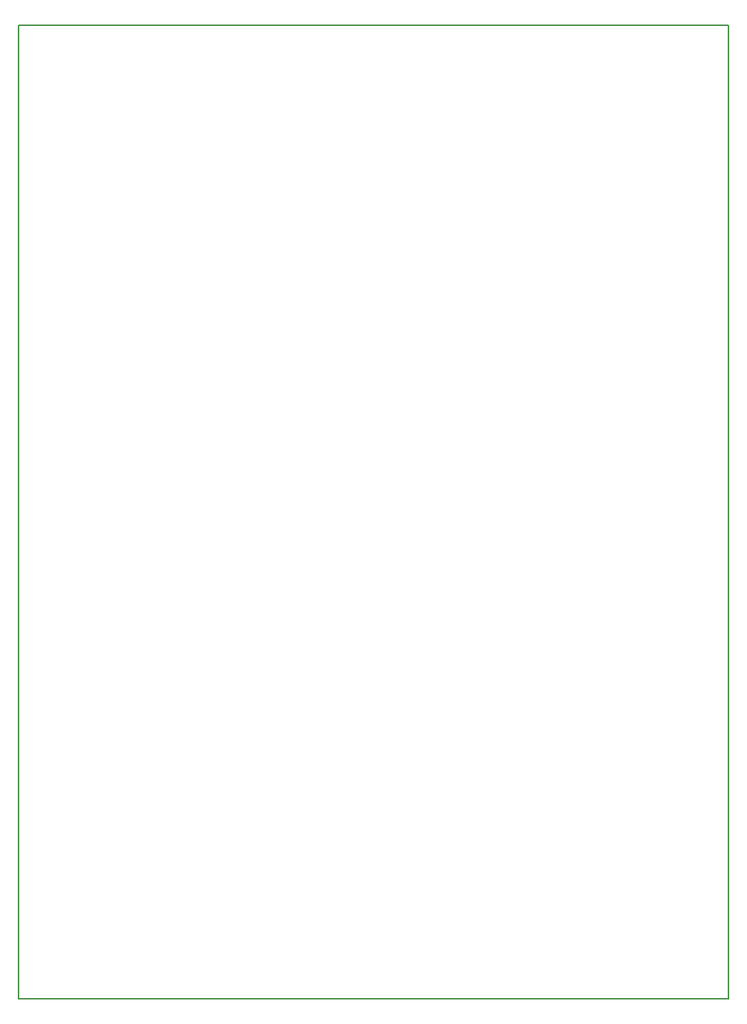
<source format=gm1>
G04 #@! TF.GenerationSoftware,KiCad,Pcbnew,8.0.2-1*
G04 #@! TF.CreationDate,2024-05-10T10:14:59+02:00*
G04 #@! TF.ProjectId,scribble,73637269-6262-46c6-952e-6b696361645f,rev?*
G04 #@! TF.SameCoordinates,Original*
G04 #@! TF.FileFunction,Profile,NP*
%FSLAX46Y46*%
G04 Gerber Fmt 4.6, Leading zero omitted, Abs format (unit mm)*
G04 Created by KiCad (PCBNEW 8.0.2-1) date 2024-05-10 10:14:59*
%MOMM*%
%LPD*%
G01*
G04 APERTURE LIST*
G04 #@! TA.AperFunction,Profile*
%ADD10C,0.200000*%
G04 #@! TD*
G04 APERTURE END LIST*
D10*
X50000000Y-50000000D02*
X131000000Y-50000000D01*
X131000000Y-161000000D01*
X50000000Y-161000000D01*
X50000000Y-50000000D01*
M02*

</source>
